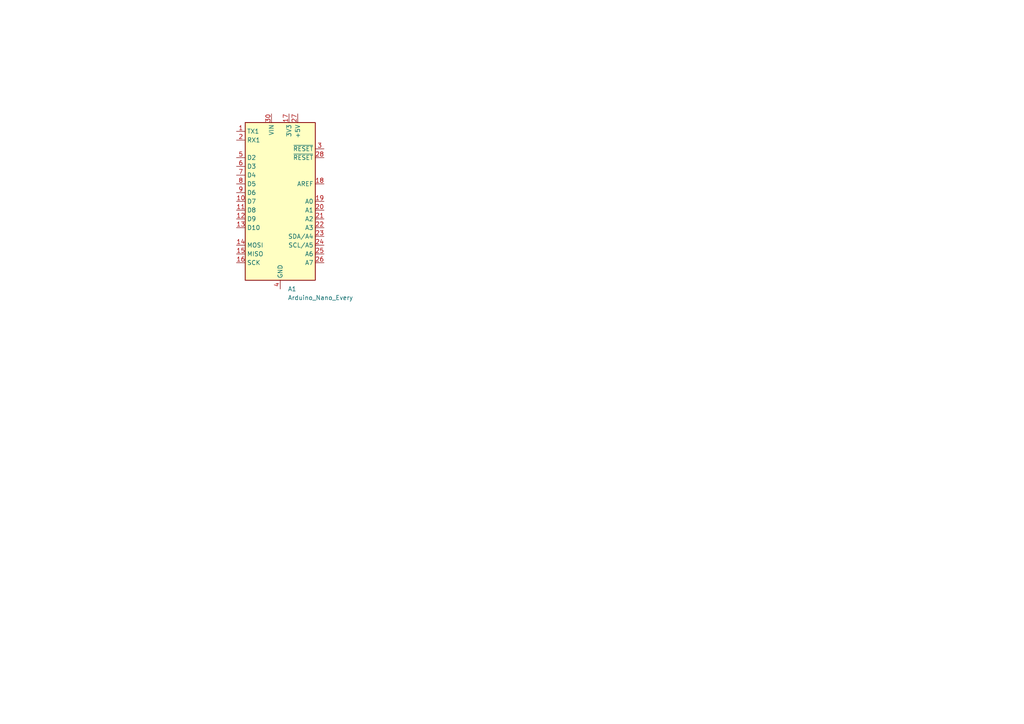
<source format=kicad_sch>
(kicad_sch (version 20231120) (generator "eeschema") (generator_version "8.0")
  (paper "A4")
  (lib_symbols
    (symbol "MCU_Module:Arduino_Nano_Every"
      (property "Reference" "A" (at -10.16 23.495 0))
      (property "Value" "Arduino_Nano_Every" (at 5.08 -24.13 0))
      (symbol "Arduino_Nano_Every_0_1"
        (rectangle (start -10.16 22.86) (end 10.16 -22.86) (stroke (width 0.254)) (fill (type background)))
      )
      (symbol "Arduino_Nano_Every_1_1"
        (pin bidirectional line (at -12.7 20.32 0) (length 2.54) (name "TX1") (number "1"))
        (pin bidirectional line (at -12.7 0 0) (length 2.54) (name "D7") (number "10"))
        (pin bidirectional line (at -12.7 -2.54 0) (length 2.54) (name "D8") (number "11"))
        (pin bidirectional line (at -12.7 -5.08 0) (length 2.54) (name "D9") (number "12"))
        (pin bidirectional line (at -12.7 -7.62 0) (length 2.54) (name "D10") (number "13"))
        (pin bidirectional line (at -12.7 -12.7 0) (length 2.54) (name "MOSI") (number "14"))
        (pin bidirectional line (at -12.7 -15.24 0) (length 2.54) (name "MISO") (number "15"))
        (pin bidirectional line (at -12.7 -17.78 0) (length 2.54) (name "SCK") (number "16"))
        (pin power_out line (at 2.54 25.4 270) (length 2.54) (name "3V3") (number "17"))
        (pin input line (at 12.7 5.08 180) (length 2.54) (name "AREF") (number "18"))
        (pin bidirectional line (at 12.7 0 180) (length 2.54) (name "A0") (number "19"))
        (pin bidirectional line (at -12.7 17.78 0) (length 2.54) (name "RX1") (number "2"))
        (pin bidirectional line (at 12.7 -2.54 180) (length 2.54) (name "A1") (number "20"))
        (pin bidirectional line (at 12.7 -5.08 180) (length 2.54) (name "A2") (number "21"))
        (pin bidirectional line (at 12.7 -7.62 180) (length 2.54) (name "A3") (number "22"))
        (pin bidirectional line (at 12.7 -10.16 180) (length 2.54) (name "SDA/A4") (number "23"))
        (pin bidirectional line (at 12.7 -12.7 180) (length 2.54) (name "SCL/A5") (number "24"))
        (pin bidirectional line (at 12.7 -15.24 180) (length 2.54) (name "A6") (number "25"))
        (pin bidirectional line (at 12.7 -17.78 180) (length 2.54) (name "A7") (number "26"))
        (pin power_out line (at 5.08 25.4 270) (length 2.54) (name "+5V") (number "27"))
        (pin input line (at 12.7 12.7 180) (length 2.54) (name "~{RESET}") (number "28"))
        (pin passive line (at 0 -25.4 90) (length 2.54) hide (name "GND") (number "29"))
        (pin input line (at 12.7 15.24 180) (length 2.54) (name "~{RESET}") (number "3"))
        (pin power_in line (at -2.54 25.4 270) (length 2.54) (name "VIN") (number "30"))
        (pin power_in line (at 0 -25.4 90) (length 2.54) (name "GND") (number "4"))
        (pin bidirectional line (at -12.7 12.7 0) (length 2.54) (name "D2") (number "5"))
        (pin bidirectional line (at -12.7 10.16 0) (length 2.54) (name "D3") (number "6"))
        (pin bidirectional line (at -12.7 7.62 0) (length 2.54) (name "D4") (number "7"))
        (pin bidirectional line (at -12.7 5.08 0) (length 2.54) (name "D5") (number "8"))
        (pin bidirectional line (at -12.7 2.54 0) (length 2.54) (name "D6") (number "9"))
      )
    )
  )
  (symbol (lib_id "MCU_Module:Arduino_Nano_Every") (at 81.28 58.42 0) (unit 1)
    (property "Reference" "A1" (at 83.4741 83.82 0) (effects (justify left)))
    (property "Value" "Arduino_Nano_Every" (at 83.4741 86.36 0) (effects (justify left)))
    (property "Footprint" "Module:Arduino_Nano" (effects (hide yes)))
    (property "Datasheet" "https://content.arduino.cc/assets/NANOEveryV3.0_sch.pdf" (effects (hide yes)))
    (property "Description" "Arduino Nano Every" (effects (hide yes)))
  )
)
</source>
